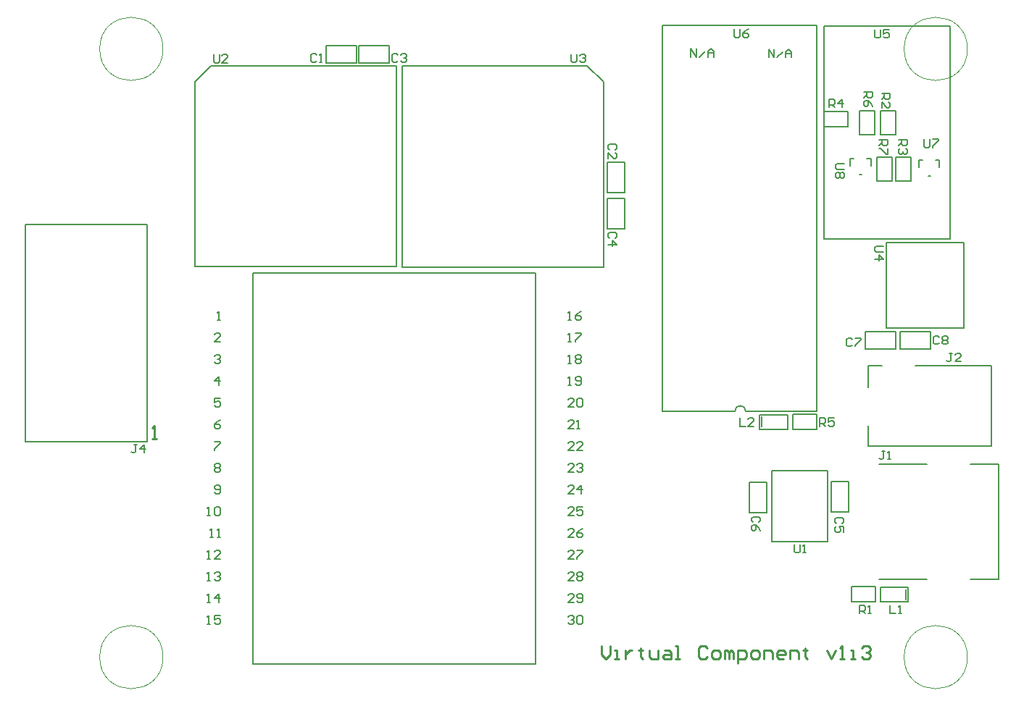
<source format=gto>
G04*
G04 #@! TF.GenerationSoftware,Altium Limited,Altium Designer,18.1.9 (240)*
G04*
G04 Layer_Color=65535*
%FSLAX44Y44*%
%MOMM*%
G71*
G01*
G75*
%ADD10C,0.2000*%
%ADD11C,0.1000*%
%ADD12C,0.2540*%
%ADD13C,0.1500*%
D10*
X755904Y325628D02*
G03*
X743204Y325628I-6350J0D01*
G01*
X180340Y30170D02*
X510540D01*
Y487370D01*
X180340Y30170D02*
Y487370D01*
X510540D01*
X899200Y285200D02*
Y308200D01*
Y285200D02*
X1043200D01*
Y379200D01*
X954200D02*
X1043200D01*
X899200D02*
X915200D01*
X899200Y353200D02*
Y379200D01*
X-85852Y290068D02*
X35560D01*
X22860D02*
X56134D01*
Y544068D01*
X-85852D02*
X56134D01*
X-85852Y290068D02*
Y544068D01*
X838962Y776732D02*
X838962Y325628D01*
X755904D02*
X839216D01*
X658114Y776732D02*
X838962D01*
X658114D02*
X658114Y325628D01*
X658368D02*
X743204D01*
X1018744Y129256D02*
X1051764D01*
X912064D02*
X967944D01*
X912064Y263876D02*
X967944D01*
X1051764Y129256D02*
Y263876D01*
X1018744D02*
X1051764D01*
X112268Y494514D02*
Y710414D01*
Y494514D02*
X347472D01*
Y729464D01*
X131318D02*
X347472D01*
X112268Y710414D02*
X131318Y729464D01*
X354838Y729488D02*
X570738D01*
X354838Y494284D02*
Y729488D01*
Y494284D02*
X589788D01*
Y710438D01*
X570738Y729488D02*
X589788Y710438D01*
X958342Y610616D02*
Y619252D01*
X969010Y600710D02*
X971550D01*
X958342Y619252D02*
X962660D01*
X977900D02*
X982218D01*
Y610616D02*
Y619252D01*
X878078Y612140D02*
Y620776D01*
X888746Y602234D02*
X891286D01*
X878078Y620776D02*
X882396D01*
X897636D02*
X901954D01*
Y612140D02*
Y620776D01*
X943356Y105410D02*
Y117348D01*
X913130Y103124D02*
X945896D01*
X913130Y120142D02*
X945896D01*
X913130Y103124D02*
Y120142D01*
X945896Y103124D02*
Y120142D01*
X774598Y307340D02*
Y319278D01*
X772058Y321564D02*
X804824D01*
X772058Y304546D02*
X804824D01*
Y321564D01*
X772058Y304546D02*
Y321564D01*
X847090Y527050D02*
X994410D01*
Y775970D01*
X847090D02*
X994410D01*
X847090Y527050D02*
Y775970D01*
X913130Y649100D02*
Y677040D01*
X930910D01*
Y649100D02*
Y677040D01*
X913130Y649100D02*
X930910D01*
X846960Y657860D02*
X874900D01*
X846960D02*
Y675640D01*
X874900D01*
Y657860D02*
Y675640D01*
X810644Y322072D02*
X838584D01*
Y304292D02*
Y322072D01*
X810644Y304292D02*
X838584D01*
X810644D02*
Y322072D01*
X889000Y649100D02*
Y677040D01*
X906780D01*
Y649100D02*
Y677040D01*
X889000Y649100D02*
X906780D01*
X908812Y594614D02*
Y622554D01*
X926592D01*
Y594614D02*
Y622554D01*
X908812Y594614D02*
X926592D01*
X879472Y102616D02*
X907412D01*
X879472D02*
Y120396D01*
X907412D01*
Y102616D02*
Y120396D01*
X931164Y594360D02*
Y622300D01*
X948944D01*
Y594360D02*
Y622300D01*
X931164Y594360D02*
X948944D01*
X925518Y422694D02*
X1010518D01*
Y522694D01*
X920518Y422694D02*
Y522694D01*
Y422694D02*
X925518D01*
X920518Y522694D02*
X1010518D01*
X265430Y753110D02*
X300990D01*
X265430Y732790D02*
Y753110D01*
Y732790D02*
X300990D01*
Y753110D01*
X614680Y581000D02*
Y616560D01*
X594360D02*
X614680D01*
X594360Y581000D02*
Y616560D01*
Y581000D02*
X614680D01*
X875792Y207772D02*
Y243332D01*
X855472D02*
X875792D01*
X855472Y207772D02*
Y243332D01*
Y207772D02*
X875792D01*
X780542Y207010D02*
Y242570D01*
X760222D02*
X780542D01*
X760222Y207010D02*
Y242570D01*
Y207010D02*
X780542D01*
X303530Y753110D02*
X339090D01*
X303530Y732790D02*
Y753110D01*
Y732790D02*
X339090D01*
Y753110D01*
X614680Y539140D02*
Y574700D01*
X594360D02*
X614680D01*
X594360Y539140D02*
Y574700D01*
Y539140D02*
X614680D01*
X895756Y418338D02*
X931316D01*
X895756Y398018D02*
Y418338D01*
Y398018D02*
X931316D01*
Y418338D01*
X936498Y398018D02*
X972058D01*
Y418338D01*
X936498D02*
X972058D01*
X936498Y398018D02*
Y418338D01*
X786142Y255876D02*
X851142D01*
Y173376D02*
Y255876D01*
X786142Y173376D02*
X851142D01*
X786142D02*
Y255876D01*
X548640Y432252D02*
X551972D01*
X550306D01*
Y442249D01*
X548640Y440583D01*
X563635Y442249D02*
X560303Y440583D01*
X556971Y437250D01*
Y433918D01*
X558637Y432252D01*
X561969D01*
X563635Y433918D01*
Y435584D01*
X561969Y437250D01*
X556971D01*
X548640Y406834D02*
X551972D01*
X550306D01*
Y416831D01*
X548640Y415164D01*
X556971Y416831D02*
X563635D01*
Y415164D01*
X556971Y408500D01*
Y406834D01*
X548640Y381416D02*
X551972D01*
X550306D01*
Y391412D01*
X548640Y389746D01*
X556971D02*
X558637Y391412D01*
X561969D01*
X563635Y389746D01*
Y388080D01*
X561969Y386414D01*
X563635Y384748D01*
Y383082D01*
X561969Y381416D01*
X558637D01*
X556971Y383082D01*
Y384748D01*
X558637Y386414D01*
X556971Y388080D01*
Y389746D01*
X558637Y386414D02*
X561969D01*
X548640Y355998D02*
X551972D01*
X550306D01*
Y365994D01*
X548640Y364328D01*
X556971Y357664D02*
X558637Y355998D01*
X561969D01*
X563635Y357664D01*
Y364328D01*
X561969Y365994D01*
X558637D01*
X556971Y364328D01*
Y362662D01*
X558637Y360996D01*
X563635D01*
X555304Y330579D02*
X548640D01*
X555304Y337244D01*
Y338910D01*
X553638Y340576D01*
X550306D01*
X548640Y338910D01*
X558637D02*
X560303Y340576D01*
X563635D01*
X565301Y338910D01*
Y332245D01*
X563635Y330579D01*
X560303D01*
X558637Y332245D01*
Y338910D01*
X555304Y305161D02*
X548640D01*
X555304Y311826D01*
Y313492D01*
X553638Y315158D01*
X550306D01*
X548640Y313492D01*
X558637Y305161D02*
X561969D01*
X560303D01*
Y315158D01*
X558637Y313492D01*
X555304Y152652D02*
X548640D01*
X555304Y159317D01*
Y160983D01*
X553638Y162649D01*
X550306D01*
X548640Y160983D01*
X558637Y162649D02*
X565301D01*
Y160983D01*
X558637Y154319D01*
Y152652D01*
X555304Y178071D02*
X548640D01*
X555304Y184735D01*
Y186401D01*
X553638Y188067D01*
X550306D01*
X548640Y186401D01*
X565301Y188067D02*
X561969Y186401D01*
X558637Y183069D01*
Y179737D01*
X560303Y178071D01*
X563635D01*
X565301Y179737D01*
Y181403D01*
X563635Y183069D01*
X558637D01*
X555304Y203489D02*
X548640D01*
X555304Y210153D01*
Y211819D01*
X553638Y213486D01*
X550306D01*
X548640Y211819D01*
X565301Y213486D02*
X558637D01*
Y208487D01*
X561969Y210153D01*
X563635D01*
X565301Y208487D01*
Y205155D01*
X563635Y203489D01*
X560303D01*
X558637Y205155D01*
X555304Y228907D02*
X548640D01*
X555304Y235571D01*
Y237237D01*
X553638Y238904D01*
X550306D01*
X548640Y237237D01*
X563635Y228907D02*
Y238904D01*
X558637Y233905D01*
X565301D01*
X555304Y254325D02*
X548640D01*
X555304Y260989D01*
Y262656D01*
X553638Y264322D01*
X550306D01*
X548640Y262656D01*
X558637D02*
X560303Y264322D01*
X563635D01*
X565301Y262656D01*
Y260989D01*
X563635Y259323D01*
X561969D01*
X563635D01*
X565301Y257657D01*
Y255991D01*
X563635Y254325D01*
X560303D01*
X558637Y255991D01*
X555304Y279743D02*
X548640D01*
X555304Y286408D01*
Y288074D01*
X553638Y289740D01*
X550306D01*
X548640Y288074D01*
X565301Y279743D02*
X558637D01*
X565301Y286408D01*
Y288074D01*
X563635Y289740D01*
X560303D01*
X558637Y288074D01*
X548640Y84729D02*
X550306Y86395D01*
X553638D01*
X555304Y84729D01*
Y83062D01*
X553638Y81396D01*
X551972D01*
X553638D01*
X555304Y79730D01*
Y78064D01*
X553638Y76398D01*
X550306D01*
X548640Y78064D01*
X558637Y84729D02*
X560303Y86395D01*
X563635D01*
X565301Y84729D01*
Y78064D01*
X563635Y76398D01*
X560303D01*
X558637Y78064D01*
Y84729D01*
X555304Y101816D02*
X548640D01*
X555304Y108481D01*
Y110147D01*
X553638Y111813D01*
X550306D01*
X548640Y110147D01*
X558637Y103482D02*
X560303Y101816D01*
X563635D01*
X565301Y103482D01*
Y110147D01*
X563635Y111813D01*
X560303D01*
X558637Y110147D01*
Y108481D01*
X560303Y106814D01*
X565301D01*
X555304Y127234D02*
X548640D01*
X555304Y133899D01*
Y135565D01*
X553638Y137231D01*
X550306D01*
X548640Y135565D01*
X558637D02*
X560303Y137231D01*
X563635D01*
X565301Y135565D01*
Y133899D01*
X563635Y132233D01*
X565301Y130567D01*
Y128900D01*
X563635Y127234D01*
X560303D01*
X558637Y128900D01*
Y130567D01*
X560303Y132233D01*
X558637Y133899D01*
Y135565D01*
X560303Y132233D02*
X563635D01*
X127000Y127234D02*
X130332D01*
X128666D01*
Y137231D01*
X127000Y135565D01*
X135331D02*
X136997Y137231D01*
X140329D01*
X141995Y135565D01*
Y133899D01*
X140329Y132233D01*
X138663D01*
X140329D01*
X141995Y130567D01*
Y128900D01*
X140329Y127234D01*
X136997D01*
X135331Y128900D01*
X127000Y101816D02*
X130332D01*
X128666D01*
Y111813D01*
X127000Y110147D01*
X140329Y101816D02*
Y111813D01*
X135331Y106814D01*
X141995D01*
X127000Y76398D02*
X130332D01*
X128666D01*
Y86395D01*
X127000Y84729D01*
X141995Y86395D02*
X135331D01*
Y81396D01*
X138663Y83062D01*
X140329D01*
X141995Y81396D01*
Y78064D01*
X140329Y76398D01*
X136997D01*
X135331Y78064D01*
Y289740D02*
X141995D01*
Y288074D01*
X135331Y281409D01*
Y279743D01*
Y262656D02*
X136997Y264322D01*
X140329D01*
X141995Y262656D01*
Y260989D01*
X140329Y259323D01*
X141995Y257657D01*
Y255991D01*
X140329Y254325D01*
X136997D01*
X135331Y255991D01*
Y257657D01*
X136997Y259323D01*
X135331Y260989D01*
Y262656D01*
X136997Y259323D02*
X140329D01*
X135331Y230573D02*
X136997Y228907D01*
X140329D01*
X141995Y230573D01*
Y237237D01*
X140329Y238904D01*
X136997D01*
X135331Y237237D01*
Y235571D01*
X136997Y233905D01*
X141995D01*
X127000Y203489D02*
X130332D01*
X128666D01*
Y213486D01*
X127000Y211819D01*
X135331D02*
X136997Y213486D01*
X140329D01*
X141995Y211819D01*
Y205155D01*
X140329Y203489D01*
X136997D01*
X135331Y205155D01*
Y211819D01*
X130332Y178071D02*
X133665D01*
X131998D01*
Y188067D01*
X130332Y186401D01*
X138663Y178071D02*
X141995D01*
X140329D01*
Y188067D01*
X138663Y186401D01*
X127000Y152652D02*
X130332D01*
X128666D01*
Y162649D01*
X127000Y160983D01*
X141995Y152652D02*
X135331D01*
X141995Y159317D01*
Y160983D01*
X140329Y162649D01*
X136997D01*
X135331Y160983D01*
X141995Y315158D02*
X138663Y313492D01*
X135331Y310160D01*
Y306827D01*
X136997Y305161D01*
X140329D01*
X141995Y306827D01*
Y308493D01*
X140329Y310160D01*
X135331D01*
X141995Y340576D02*
X135331D01*
Y335578D01*
X138663Y337244D01*
X140329D01*
X141995Y335578D01*
Y332245D01*
X140329Y330579D01*
X136997D01*
X135331Y332245D01*
X140329Y355998D02*
Y365994D01*
X135331Y360996D01*
X141995D01*
X135331Y389746D02*
X136997Y391412D01*
X140329D01*
X141995Y389746D01*
Y388080D01*
X140329Y386414D01*
X138663D01*
X140329D01*
X141995Y384748D01*
Y383082D01*
X140329Y381416D01*
X136997D01*
X135331Y383082D01*
X141995Y406834D02*
X135331D01*
X141995Y413498D01*
Y415164D01*
X140329Y416831D01*
X136997D01*
X135331Y415164D01*
X138663Y432252D02*
X141995D01*
X140329D01*
Y442249D01*
X138663Y440583D01*
X934720Y642620D02*
X944717D01*
Y637622D01*
X943051Y635956D01*
X939718D01*
X938052Y637622D01*
Y642620D01*
Y639288D02*
X934720Y635956D01*
X943051Y632623D02*
X944717Y630957D01*
Y627625D01*
X943051Y625959D01*
X941385D01*
X939718Y627625D01*
Y629291D01*
Y627625D01*
X938052Y625959D01*
X936386D01*
X934720Y627625D01*
Y630957D01*
X936386Y632623D01*
X748792Y318099D02*
Y308102D01*
X755456D01*
X765453D02*
X758789D01*
X765453Y314767D01*
Y316433D01*
X763787Y318099D01*
X760455D01*
X758789Y316433D01*
X924560Y98897D02*
Y88900D01*
X931225D01*
X934557D02*
X937889D01*
X936223D01*
Y98897D01*
X934557Y97231D01*
X889000Y88900D02*
Y98897D01*
X893998D01*
X895665Y97231D01*
Y93898D01*
X893998Y92232D01*
X889000D01*
X892332D02*
X895665Y88900D01*
X898997D02*
X902329D01*
X900663D01*
Y98897D01*
X898997Y97231D01*
X871057Y614680D02*
X862726D01*
X861060Y613014D01*
Y609682D01*
X862726Y608016D01*
X871057D01*
X869391Y604683D02*
X871057Y603017D01*
Y599685D01*
X869391Y598019D01*
X867725D01*
X866058Y599685D01*
X864392Y598019D01*
X862726D01*
X861060Y599685D01*
Y603017D01*
X862726Y604683D01*
X864392D01*
X866058Y603017D01*
X867725Y604683D01*
X869391D01*
X866058Y603017D02*
Y599685D01*
X964438Y643981D02*
Y635650D01*
X966104Y633984D01*
X969436D01*
X971103Y635650D01*
Y643981D01*
X974435D02*
X981099D01*
Y642315D01*
X974435Y635650D01*
Y633984D01*
X742696Y772759D02*
Y764428D01*
X744362Y762762D01*
X747694D01*
X749361Y764428D01*
Y772759D01*
X759357D02*
X756025Y771093D01*
X752693Y767760D01*
Y764428D01*
X754359Y762762D01*
X757691D01*
X759357Y764428D01*
Y766094D01*
X757691Y767760D01*
X752693D01*
X906780Y771997D02*
Y763666D01*
X908446Y762000D01*
X911778D01*
X913445Y763666D01*
Y771997D01*
X923441D02*
X916777D01*
Y766998D01*
X920109Y768664D01*
X921775D01*
X923441Y766998D01*
Y763666D01*
X921775Y762000D01*
X918443D01*
X916777Y763666D01*
Y518160D02*
X908446D01*
X906780Y516494D01*
Y513162D01*
X908446Y511496D01*
X916777D01*
X906780Y503165D02*
X916777D01*
X911778Y508163D01*
Y501499D01*
X551688Y743295D02*
Y734964D01*
X553354Y733298D01*
X556686D01*
X558353Y734964D01*
Y743295D01*
X561685Y741629D02*
X563351Y743295D01*
X566683D01*
X568349Y741629D01*
Y739962D01*
X566683Y738296D01*
X565017D01*
X566683D01*
X568349Y736630D01*
Y734964D01*
X566683Y733298D01*
X563351D01*
X561685Y734964D01*
X134112Y742787D02*
Y734456D01*
X135778Y732790D01*
X139110D01*
X140777Y734456D01*
Y742787D01*
X150773Y732790D02*
X144109D01*
X150773Y739454D01*
Y741121D01*
X149107Y742787D01*
X145775D01*
X144109Y741121D01*
X812800Y170017D02*
Y161686D01*
X814466Y160020D01*
X817798D01*
X819464Y161686D01*
Y170017D01*
X822797Y160020D02*
X826129D01*
X824463D01*
Y170017D01*
X822797Y168351D01*
X911860Y642620D02*
X921857D01*
Y637622D01*
X920191Y635956D01*
X916858D01*
X915192Y637622D01*
Y642620D01*
Y639288D02*
X911860Y635956D01*
X921857Y632623D02*
Y625959D01*
X920191D01*
X913526Y632623D01*
X911860D01*
X894080Y698500D02*
X904077D01*
Y693502D01*
X902411Y691835D01*
X899078D01*
X897412Y693502D01*
Y698500D01*
Y695168D02*
X894080Y691835D01*
X904077Y681839D02*
X902411Y685171D01*
X899078Y688503D01*
X895746D01*
X894080Y686837D01*
Y683505D01*
X895746Y681839D01*
X897412D01*
X899078Y683505D01*
Y688503D01*
X842524Y307594D02*
Y317591D01*
X847523D01*
X849189Y315925D01*
Y312592D01*
X847523Y310926D01*
X842524D01*
X845856D02*
X849189Y307594D01*
X859185Y317591D02*
X852521D01*
Y312592D01*
X855853Y314258D01*
X857519D01*
X859185Y312592D01*
Y309260D01*
X857519Y307594D01*
X854187D01*
X852521Y309260D01*
X853440Y680720D02*
Y690717D01*
X858438D01*
X860105Y689051D01*
Y685718D01*
X858438Y684052D01*
X853440D01*
X856772D02*
X860105Y680720D01*
X868435D02*
Y690717D01*
X863437Y685718D01*
X870101D01*
X914654Y697230D02*
X924651D01*
Y692232D01*
X922985Y690565D01*
X919652D01*
X917986Y692232D01*
Y697230D01*
Y693898D02*
X914654Y690565D01*
Y680569D02*
Y687233D01*
X921319Y680569D01*
X922985D01*
X924651Y682235D01*
Y685567D01*
X922985Y687233D01*
X44764Y286857D02*
X41432D01*
X43098D01*
Y278526D01*
X41432Y276860D01*
X39766D01*
X38100Y278526D01*
X53095Y276860D02*
Y286857D01*
X48097Y281858D01*
X54761D01*
X997264Y393537D02*
X993932D01*
X995598D01*
Y385206D01*
X993932Y383540D01*
X992266D01*
X990600Y385206D01*
X1007261Y383540D02*
X1000597D01*
X1007261Y390205D01*
Y391871D01*
X1005595Y393537D01*
X1002263D01*
X1000597Y391871D01*
X918524Y279237D02*
X915192D01*
X916858D01*
Y270906D01*
X915192Y269240D01*
X913526D01*
X911860Y270906D01*
X921857Y269240D02*
X925189D01*
X923523D01*
Y279237D01*
X921857Y277571D01*
X982025Y412191D02*
X980358Y413857D01*
X977026D01*
X975360Y412191D01*
Y405526D01*
X977026Y403860D01*
X980358D01*
X982025Y405526D01*
X985357Y412191D02*
X987023Y413857D01*
X990355D01*
X992021Y412191D01*
Y410524D01*
X990355Y408858D01*
X992021Y407192D01*
Y405526D01*
X990355Y403860D01*
X987023D01*
X985357Y405526D01*
Y407192D01*
X987023Y408858D01*
X985357Y410524D01*
Y412191D01*
X987023Y408858D02*
X990355D01*
X880424Y409651D02*
X878758Y411317D01*
X875426D01*
X873760Y409651D01*
Y402986D01*
X875426Y401320D01*
X878758D01*
X880424Y402986D01*
X883757Y411317D02*
X890421D01*
Y409651D01*
X883757Y402986D01*
Y401320D01*
X603199Y528260D02*
X604865Y529926D01*
Y533258D01*
X603199Y534924D01*
X596534D01*
X594868Y533258D01*
Y529926D01*
X596534Y528260D01*
X594868Y519929D02*
X604865D01*
X599866Y524927D01*
Y518263D01*
X349565Y741883D02*
X347898Y743549D01*
X344566D01*
X342900Y741883D01*
Y735218D01*
X344566Y733552D01*
X347898D01*
X349565Y735218D01*
X352897Y741883D02*
X354563Y743549D01*
X357895D01*
X359561Y741883D01*
Y740217D01*
X357895Y738550D01*
X356229D01*
X357895D01*
X359561Y736884D01*
Y735218D01*
X357895Y733552D01*
X354563D01*
X352897Y735218D01*
X771093Y195621D02*
X772759Y197287D01*
Y200620D01*
X771093Y202286D01*
X764428D01*
X762762Y200620D01*
Y197287D01*
X764428Y195621D01*
X772759Y185624D02*
X771093Y188957D01*
X767760Y192289D01*
X764428D01*
X762762Y190623D01*
Y187291D01*
X764428Y185624D01*
X766094D01*
X767760Y187291D01*
Y192289D01*
X868121Y194098D02*
X869787Y195764D01*
Y199096D01*
X868121Y200762D01*
X861456D01*
X859790Y199096D01*
Y195764D01*
X861456Y194098D01*
X869787Y184101D02*
Y190765D01*
X864788D01*
X866454Y187433D01*
Y185767D01*
X864788Y184101D01*
X861456D01*
X859790Y185767D01*
Y189099D01*
X861456Y190765D01*
X603199Y630876D02*
X604865Y632542D01*
Y635874D01*
X603199Y637540D01*
X596534D01*
X594868Y635874D01*
Y632542D01*
X596534Y630876D01*
X594868Y620879D02*
Y627543D01*
X601533Y620879D01*
X603199D01*
X604865Y622545D01*
Y625877D01*
X603199Y627543D01*
X254314Y742137D02*
X252648Y743803D01*
X249316D01*
X247650Y742137D01*
Y735472D01*
X249316Y733806D01*
X252648D01*
X254314Y735472D01*
X257647Y733806D02*
X260979D01*
X259313D01*
Y743803D01*
X257647Y742137D01*
D11*
X75100Y749300D02*
G03*
X75100Y749300I-37000J0D01*
G01*
Y38100D02*
G03*
X75100Y38100I-37000J0D01*
G01*
X1014900Y749300D02*
G03*
X1014900Y749300I-37000J0D01*
G01*
Y38100D02*
G03*
X1014900Y38100I-37000J0D01*
G01*
D12*
X62738Y293624D02*
X67816D01*
X65277D01*
Y308859D01*
X62738Y306320D01*
X586994Y51557D02*
Y41400D01*
X592072Y36322D01*
X597151Y41400D01*
Y51557D01*
X602229Y36322D02*
X607307D01*
X604768D01*
Y46479D01*
X602229D01*
X614925D02*
Y36322D01*
Y41400D01*
X617464Y43939D01*
X620003Y46479D01*
X622542D01*
X632699Y49018D02*
Y46479D01*
X630160D01*
X635238D01*
X632699D01*
Y38861D01*
X635238Y36322D01*
X642856Y46479D02*
Y38861D01*
X645395Y36322D01*
X653013D01*
Y46479D01*
X660630D02*
X665708D01*
X668248Y43939D01*
Y36322D01*
X660630D01*
X658091Y38861D01*
X660630Y41400D01*
X668248D01*
X673326Y36322D02*
X678404D01*
X675865D01*
Y51557D01*
X673326D01*
X711414Y49018D02*
X708875Y51557D01*
X703796D01*
X701257Y49018D01*
Y38861D01*
X703796Y36322D01*
X708875D01*
X711414Y38861D01*
X719031Y36322D02*
X724110D01*
X726649Y38861D01*
Y43939D01*
X724110Y46479D01*
X719031D01*
X716492Y43939D01*
Y38861D01*
X719031Y36322D01*
X731727D02*
Y46479D01*
X734266D01*
X736805Y43939D01*
Y36322D01*
Y43939D01*
X739345Y46479D01*
X741884Y43939D01*
Y36322D01*
X746962Y31244D02*
Y46479D01*
X754580D01*
X757119Y43939D01*
Y38861D01*
X754580Y36322D01*
X746962D01*
X764736D02*
X769815D01*
X772354Y38861D01*
Y43939D01*
X769815Y46479D01*
X764736D01*
X762197Y43939D01*
Y38861D01*
X764736Y36322D01*
X777432D02*
Y46479D01*
X785050D01*
X787589Y43939D01*
Y36322D01*
X800285D02*
X795207D01*
X792667Y38861D01*
Y43939D01*
X795207Y46479D01*
X800285D01*
X802824Y43939D01*
Y41400D01*
X792667D01*
X807903Y36322D02*
Y46479D01*
X815520D01*
X818059Y43939D01*
Y36322D01*
X825677Y49018D02*
Y46479D01*
X823138D01*
X828216D01*
X825677D01*
Y38861D01*
X828216Y36322D01*
X851069Y46479D02*
X856147Y36322D01*
X861225Y46479D01*
X866304Y36322D02*
X871382D01*
X868843D01*
Y51557D01*
X866304Y49018D01*
X878999Y36322D02*
X884078D01*
X881539D01*
Y46479D01*
X878999D01*
X891695Y49018D02*
X894235Y51557D01*
X899313D01*
X901852Y49018D01*
Y46479D01*
X899313Y43939D01*
X896774D01*
X899313D01*
X901852Y41400D01*
Y38861D01*
X899313Y36322D01*
X894235D01*
X891695Y38861D01*
D13*
X782574Y739140D02*
Y749137D01*
X789239Y739140D01*
Y749137D01*
X792571Y739140D02*
X799235Y745805D01*
X802568Y739140D02*
Y745805D01*
X805900Y749137D01*
X809232Y745805D01*
Y739140D01*
Y744138D01*
X802568D01*
X691896Y739394D02*
Y749391D01*
X698560Y739394D01*
Y749391D01*
X701893Y739394D02*
X708557Y746059D01*
X711890Y739394D02*
Y746059D01*
X715222Y749391D01*
X718554Y746059D01*
Y739394D01*
Y744392D01*
X711890D01*
M02*

</source>
